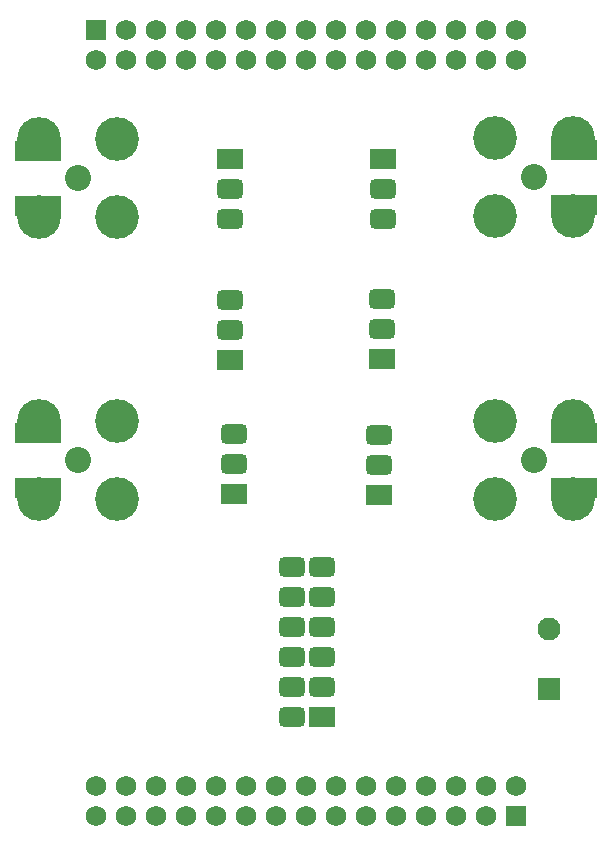
<source format=gbs>
G04 Layer_Color=8150272*
%FSLAX25Y25*%
%MOIN*%
G70*
G01*
G75*
%ADD33R,0.15644X0.06876*%
G04:AMPARAMS|DCode=37|XSize=68mil|YSize=88mil|CornerRadius=19mil|HoleSize=0mil|Usage=FLASHONLY|Rotation=90.000|XOffset=0mil|YOffset=0mil|HoleType=Round|Shape=RoundedRectangle|*
%AMROUNDEDRECTD37*
21,1,0.06800,0.05000,0,0,90.0*
21,1,0.03000,0.08800,0,0,90.0*
1,1,0.03800,0.02500,0.01500*
1,1,0.03800,0.02500,-0.01500*
1,1,0.03800,-0.02500,-0.01500*
1,1,0.03800,-0.02500,0.01500*
%
%ADD37ROUNDEDRECTD37*%
%ADD38R,0.08800X0.06800*%
%ADD39C,0.06902*%
%ADD40R,0.06902X0.06902*%
%ADD41C,0.07690*%
%ADD42R,0.07690X0.07690*%
%ADD43C,0.14579*%
%ADD44C,0.08674*%
D33*
X364954Y367754D02*
D03*
Y273454D02*
D03*
Y291562D02*
D03*
Y385862D02*
D03*
X186278Y291562D02*
D03*
Y273454D02*
D03*
X186278Y367454D02*
D03*
Y385562D02*
D03*
D37*
X250200Y336100D02*
D03*
Y326100D02*
D03*
X250300Y362900D02*
D03*
Y372900D02*
D03*
X280800Y227000D02*
D03*
Y207000D02*
D03*
X270800D02*
D03*
Y217000D02*
D03*
Y227000D02*
D03*
Y197000D02*
D03*
X280800Y217000D02*
D03*
Y237000D02*
D03*
X270800Y247000D02*
D03*
Y237000D02*
D03*
X280800Y247000D02*
D03*
X301400Y363000D02*
D03*
Y373000D02*
D03*
X300900Y336300D02*
D03*
Y326300D02*
D03*
X251600Y291400D02*
D03*
Y281400D02*
D03*
X300000Y290800D02*
D03*
Y280800D02*
D03*
D38*
X250200Y316100D02*
D03*
X250300Y382900D02*
D03*
X280800Y197000D02*
D03*
X301400Y383000D02*
D03*
X300900Y316300D02*
D03*
X251600Y271400D02*
D03*
X300000Y270800D02*
D03*
D39*
X205500Y173800D02*
D03*
Y163800D02*
D03*
X215500Y173800D02*
D03*
Y163800D02*
D03*
X225500Y173800D02*
D03*
Y163800D02*
D03*
X235500Y173800D02*
D03*
Y163800D02*
D03*
X245500Y173800D02*
D03*
Y163800D02*
D03*
X255500Y173800D02*
D03*
Y163800D02*
D03*
X265500Y173800D02*
D03*
Y163800D02*
D03*
X275500Y173800D02*
D03*
Y163800D02*
D03*
X285500Y173800D02*
D03*
Y163800D02*
D03*
X295500Y173800D02*
D03*
Y163800D02*
D03*
X305500Y173800D02*
D03*
Y163800D02*
D03*
X315500Y173800D02*
D03*
X335500D02*
D03*
X325500D02*
D03*
X315500Y163800D02*
D03*
X325500D02*
D03*
X335500D02*
D03*
X345500Y173800D02*
D03*
X345600Y415800D02*
D03*
Y425800D02*
D03*
X335600Y415800D02*
D03*
Y425800D02*
D03*
X325600Y415800D02*
D03*
Y425800D02*
D03*
X315600Y415800D02*
D03*
Y425800D02*
D03*
X305600Y415800D02*
D03*
Y425800D02*
D03*
X295600Y415800D02*
D03*
Y425800D02*
D03*
X285600Y415800D02*
D03*
Y425800D02*
D03*
X275600Y415800D02*
D03*
Y425800D02*
D03*
X265600Y415800D02*
D03*
Y425800D02*
D03*
X255600Y415800D02*
D03*
Y425800D02*
D03*
X245600Y415800D02*
D03*
Y425800D02*
D03*
X235600Y415800D02*
D03*
X215600D02*
D03*
X225600D02*
D03*
X235600Y425800D02*
D03*
X225600D02*
D03*
X215600D02*
D03*
X205600Y415800D02*
D03*
D40*
X345500Y163800D02*
D03*
X205600Y425800D02*
D03*
D41*
X356700Y226200D02*
D03*
D42*
Y206200D02*
D03*
D43*
X364492Y389792D02*
D03*
Y363808D02*
D03*
X338508D02*
D03*
Y389792D02*
D03*
X364492Y295492D02*
D03*
Y269508D02*
D03*
X338508D02*
D03*
Y295492D02*
D03*
X186508Y269508D02*
D03*
Y295492D02*
D03*
X212492D02*
D03*
Y269508D02*
D03*
X186708Y363508D02*
D03*
Y389492D02*
D03*
X212692D02*
D03*
Y363508D02*
D03*
D44*
X351500Y376800D02*
D03*
Y282500D02*
D03*
X199500D02*
D03*
X199700Y376500D02*
D03*
M02*

</source>
